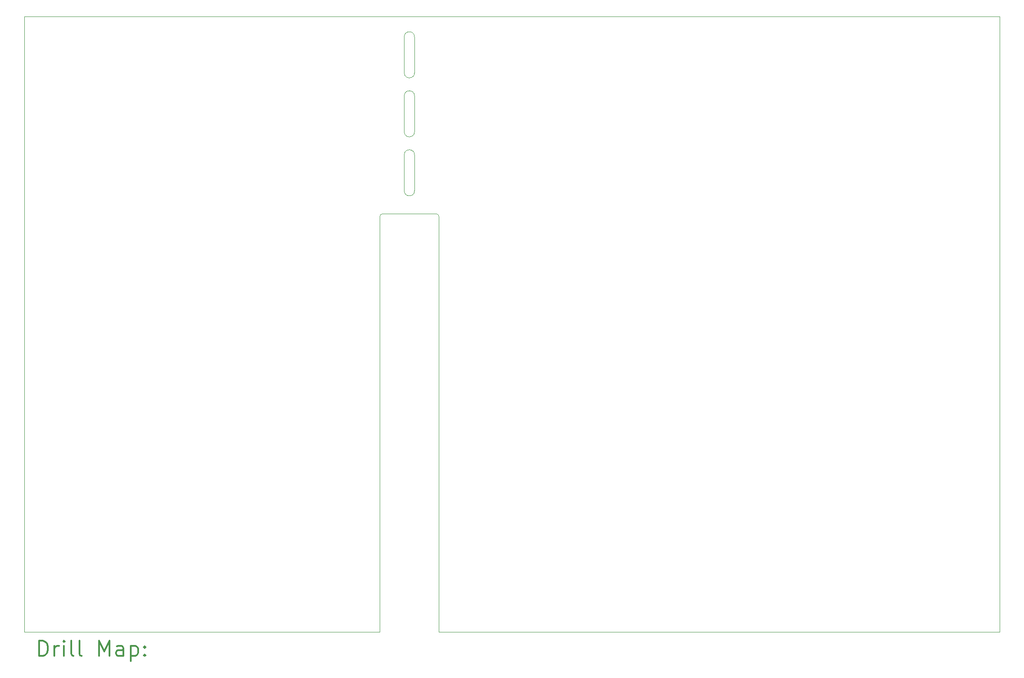
<source format=gbr>
%FSLAX45Y45*%
G04 Gerber Fmt 4.5, Leading zero omitted, Abs format (unit mm)*
G04 Created by KiCad (PCBNEW 5.1.5+dfsg1-2~bpo10+1) date 2020-01-05 16:28:06*
%MOMM*%
%LPD*%
G04 APERTURE LIST*
%TA.AperFunction,Profile*%
%ADD10C,0.050000*%
%TD*%
%ADD11C,0.200000*%
%ADD12C,0.300000*%
G04 APERTURE END LIST*
D10*
X11525000Y-7850000D02*
G75*
G02X11575000Y-7900000I0J-50000D01*
G01*
X10425000Y-7900000D02*
G75*
G02X10475000Y-7850000I50000J0D01*
G01*
X10900000Y-4400000D02*
X10900000Y-5100000D01*
X11100000Y-5100000D02*
G75*
G02X10900000Y-5100000I-100000J0D01*
G01*
X10900000Y-4400000D02*
G75*
G02X11100000Y-4400000I100000J0D01*
G01*
X11100000Y-4400000D02*
X11100000Y-5100000D01*
X11100000Y-6250000D02*
G75*
G02X10900000Y-6250000I-100000J0D01*
G01*
X10900000Y-5550000D02*
X10900000Y-6250000D01*
X11100000Y-5550000D02*
X11100000Y-6250000D01*
X10900000Y-5550000D02*
G75*
G02X11100000Y-5550000I100000J0D01*
G01*
X10900000Y-6700000D02*
G75*
G02X11100000Y-6700000I100000J0D01*
G01*
X11100000Y-7400000D02*
G75*
G02X10900000Y-7400000I-100000J0D01*
G01*
X11100000Y-6700000D02*
X11100000Y-7400000D01*
X10900000Y-6700000D02*
X10900000Y-7400000D01*
X11575000Y-7900000D02*
X11575000Y-16000000D01*
X10475000Y-7850000D02*
X11525000Y-7850000D01*
X10425000Y-16000000D02*
X10425000Y-7900000D01*
X11575000Y-16000000D02*
X22500000Y-16000000D01*
X22500000Y-4000000D02*
X3500000Y-4000000D01*
X22500000Y-16000000D02*
X22500000Y-4000000D01*
X3500000Y-16000000D02*
X10425000Y-16000000D01*
X3500000Y-4000000D02*
X3500000Y-16000000D01*
D11*
D12*
X3783928Y-16468214D02*
X3783928Y-16168214D01*
X3855357Y-16168214D01*
X3898214Y-16182500D01*
X3926786Y-16211071D01*
X3941071Y-16239643D01*
X3955357Y-16296786D01*
X3955357Y-16339643D01*
X3941071Y-16396786D01*
X3926786Y-16425357D01*
X3898214Y-16453929D01*
X3855357Y-16468214D01*
X3783928Y-16468214D01*
X4083928Y-16468214D02*
X4083928Y-16268214D01*
X4083928Y-16325357D02*
X4098214Y-16296786D01*
X4112500Y-16282500D01*
X4141071Y-16268214D01*
X4169643Y-16268214D01*
X4269643Y-16468214D02*
X4269643Y-16268214D01*
X4269643Y-16168214D02*
X4255357Y-16182500D01*
X4269643Y-16196786D01*
X4283928Y-16182500D01*
X4269643Y-16168214D01*
X4269643Y-16196786D01*
X4455357Y-16468214D02*
X4426786Y-16453929D01*
X4412500Y-16425357D01*
X4412500Y-16168214D01*
X4612500Y-16468214D02*
X4583928Y-16453929D01*
X4569643Y-16425357D01*
X4569643Y-16168214D01*
X4955357Y-16468214D02*
X4955357Y-16168214D01*
X5055357Y-16382500D01*
X5155357Y-16168214D01*
X5155357Y-16468214D01*
X5426786Y-16468214D02*
X5426786Y-16311071D01*
X5412500Y-16282500D01*
X5383928Y-16268214D01*
X5326786Y-16268214D01*
X5298214Y-16282500D01*
X5426786Y-16453929D02*
X5398214Y-16468214D01*
X5326786Y-16468214D01*
X5298214Y-16453929D01*
X5283928Y-16425357D01*
X5283928Y-16396786D01*
X5298214Y-16368214D01*
X5326786Y-16353929D01*
X5398214Y-16353929D01*
X5426786Y-16339643D01*
X5569643Y-16268214D02*
X5569643Y-16568214D01*
X5569643Y-16282500D02*
X5598214Y-16268214D01*
X5655357Y-16268214D01*
X5683928Y-16282500D01*
X5698214Y-16296786D01*
X5712500Y-16325357D01*
X5712500Y-16411071D01*
X5698214Y-16439643D01*
X5683928Y-16453929D01*
X5655357Y-16468214D01*
X5598214Y-16468214D01*
X5569643Y-16453929D01*
X5841071Y-16439643D02*
X5855357Y-16453929D01*
X5841071Y-16468214D01*
X5826786Y-16453929D01*
X5841071Y-16439643D01*
X5841071Y-16468214D01*
X5841071Y-16282500D02*
X5855357Y-16296786D01*
X5841071Y-16311071D01*
X5826786Y-16296786D01*
X5841071Y-16282500D01*
X5841071Y-16311071D01*
M02*

</source>
